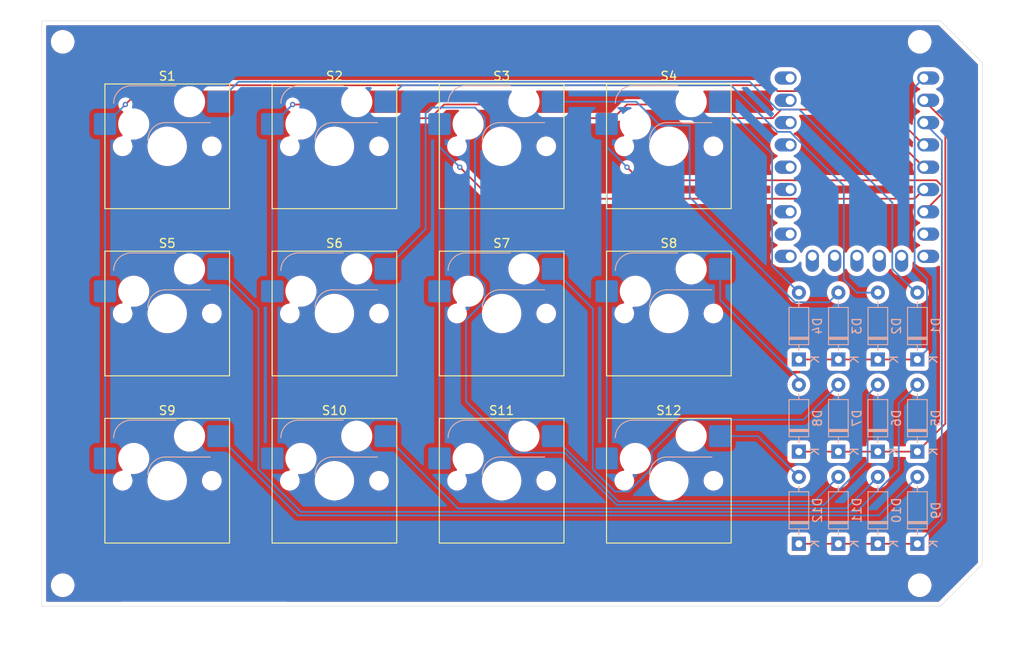
<source format=kicad_pcb>
(kicad_pcb (version 20240108) (generator "pcbnew") (generator_version "8.0")
  (layers (0 "F.Cu" signal) (31 "B.Cu" signal) (34 "B.Paste" user) (35 "F.Paste" user) (36 "B.SilkS" user "B.Silkscreen") (37 "F.SilkS" user "F.Silkscreen") (38 "B.Mask" user) (39 "F.Mask" user) (44 "Edge.Cuts" user))
  (net 0 "")
  (net 1 "/Row 0")
  (net 2 "Net-(D1-A)")
  (net 3 "Net-(D2-A)")
  (net 4 "Net-(D3-A)")
  (net 5 "Net-(D4-A)")
  (net 6 "/Row 1")
  (net 7 "Net-(D5-A)")
  (net 8 "Net-(D6-A)")
  (net 9 "Net-(D7-A)")
  (net 10 "Net-(D8-A)")
  (net 11 "/Row 2")
  (net 12 "Net-(D9-A)")
  (net 13 "Net-(D10-A)")
  (net 14 "Net-(D11-A)")
  (net 15 "Net-(D12-A)")
  (net 16 "/Column 0")
  (net 17 "/Column 1")
  (net 18 "/Column 2")
  (net 19 "/Column 3")
  (footprint "ScottoKeebs_Hotswap:Hotswap_MX_1.00u" (layer "F.Cu") (at 66.675 66.675)
    (property "Reference" "S1" (at 0 -8 0) (layer "F.SilkS"))
    (property "Value" "Keyswitch")
    (pad "" np_thru_hole circle (at -5.08 0) (size 1.75 1.75) (drill 1.75) (layers "*.Cu" "*.Mask"))
    (pad "" np_thru_hole circle (at -3.81 -2.54) (size 3.05 3.05) (drill 3.05) (layers "*.Cu" "*.Mask"))
    (pad "" np_thru_hole circle (at 0 0) (size 4 4) (drill 4) (layers "*.Cu" "*.Mask"))
    (pad "" np_thru_hole circle (at 2.54 -5.08) (size 3.05 3.05) (drill 3.05) (layers "*.Cu" "*.Mask"))
    (pad "" np_thru_hole circle (at 5.08 0) (size 1.75 1.75) (drill 1.75) (layers "*.Cu" "*.Mask"))
    (pad "1" smd roundrect (at -7.085 -2.54) (size 2.55 2.5) (layers "B.Cu" "B.Paste" "B.Mask") (roundrect_rratio 0.1) (net 16 "/Column 0"))
    (pad "2" smd roundrect (at 5.842 -5.08) (size 2.55 2.5) (layers "B.Cu" "B.Paste" "B.Mask") (roundrect_rratio 0.1) (net 2 "Net-(D1-A)"))
  )
  (footprint "ScottoKeebs_Hotswap:Hotswap_MX_1.00u" (layer "F.Cu") (at 104.775 104.775)
    (property "Reference" "S11" (at 0 -8 0) (layer "F.SilkS"))
    (property "Value" "Keyswitch")
    (pad "" np_thru_hole circle (at -5.08 0) (size 1.75 1.75) (drill 1.75) (layers "*.Cu" "*.Mask"))
    (pad "" np_thru_hole circle (at -3.81 -2.54) (size 3.05 3.05) (drill 3.05) (layers "*.Cu" "*.Mask"))
    (pad "" np_thru_hole circle (at 0 0) (size 4 4) (drill 4) (layers "*.Cu" "*.Mask"))
    (pad "" np_thru_hole circle (at 2.54 -5.08) (size 3.05 3.05) (drill 3.05) (layers "*.Cu" "*.Mask"))
    (pad "" np_thru_hole circle (at 5.08 0) (size 1.75 1.75) (drill 1.75) (layers "*.Cu" "*.Mask"))
    (pad "1" smd roundrect (at -7.085 -2.54) (size 2.55 2.5) (layers "B.Cu" "B.Paste" "B.Mask") (roundrect_rratio 0.1) (net 18 "/Column 2"))
    (pad "2" smd roundrect (at 5.842 -5.08) (size 2.55 2.5) (layers "B.Cu" "B.Paste" "B.Mask") (roundrect_rratio 0.1) (net 14 "Net-(D11-A)"))
  )
  (footprint "ScottoKeebs_Hotswap:Hotswap_MX_1.00u" (layer "F.Cu") (at 123.825 104.775)
    (property "Reference" "S12" (at 0 -8 0) (layer "F.SilkS"))
    (property "Value" "Keyswitch")
    (pad "" np_thru_hole circle (at -5.08 0) (size 1.75 1.75) (drill 1.75) (layers "*.Cu" "*.Mask"))
    (pad "" np_thru_hole circle (at -3.81 -2.54) (size 3.05 3.05) (drill 3.05) (layers "*.Cu" "*.Mask"))
    (pad "" np_thru_hole circle (at 0 0) (size 4 4) (drill 4) (layers "*.Cu" "*.Mask"))
    (pad "" np_thru_hole circle (at 2.54 -5.08) (size 3.05 3.05) (drill 3.05) (layers "*.Cu" "*.Mask"))
    (pad "" np_thru_hole circle (at 5.08 0) (size 1.75 1.75) (drill 1.75) (layers "*.Cu" "*.Mask"))
    (pad "1" smd roundrect (at -7.085 -2.54) (size 2.55 2.5) (layers "B.Cu" "B.Paste" "B.Mask") (roundrect_rratio 0.1) (net 19 "/Column 3"))
    (pad "2" smd roundrect (at 5.842 -5.08) (size 2.55 2.5) (layers "B.Cu" "B.Paste" "B.Mask") (roundrect_rratio 0.1) (net 15 "Net-(D12-A)"))
  )
  (footprint "ScottoKeebs_Scotto:Standoff_M2x8mm" (layer "F.Cu") (at 152.4 116.68125)
    (property "Reference" "REF**" (hide yes))
    (property "Value" "Standoff_M2x8mm" (hide yes))
    (pad "" np_thru_hole circle (at 0 0) (size 2.2 2.2) (drill 2.2) (layers "F&B.Cu" "*.Mask"))
  )
  (footprint "ScottoKeebs_Hotswap:Hotswap_MX_1.00u" (layer "F.Cu") (at 85.725 104.775)
    (property "Reference" "S10" (at 0 -8 0) (layer "F.SilkS"))
    (property "Value" "Keyswitch")
    (pad "" np_thru_hole circle (at -5.08 0) (size 1.75 1.75) (drill 1.75) (layers "*.Cu" "*.Mask"))
    (pad "" np_thru_hole circle (at -3.81 -2.54) (size 3.05 3.05) (drill 3.05) (layers "*.Cu" "*.Mask"))
    (pad "" np_thru_hole circle (at 0 0) (size 4 4) (drill 4) (layers "*.Cu" "*.Mask"))
    (pad "" np_thru_hole circle (at 2.54 -5.08) (size 3.05 3.05) (drill 3.05) (layers "*.Cu" "*.Mask"))
    (pad "" np_thru_hole circle (at 5.08 0) (size 1.75 1.75) (drill 1.75) (layers "*.Cu" "*.Mask"))
    (pad "1" smd roundrect (at -7.085 -2.54) (size 2.55 2.5) (layers "B.Cu" "B.Paste" "B.Mask") (roundrect_rratio 0.1) (net 17 "/Column 1"))
    (pad "2" smd roundrect (at 5.842 -5.08) (size 2.55 2.5) (layers "B.Cu" "B.Paste" "B.Mask") (roundrect_rratio 0.1) (net 13 "Net-(D10-A)"))
  )
  (footprint "ScottoKeebs_Hotswap:Hotswap_MX_1.00u" (layer "F.Cu") (at 104.775 85.725)
    (property "Reference" "S7" (at 0 -8 0) (layer "F.SilkS"))
    (property "Value" "Keyswitch")
    (pad "" np_thru_hole circle (at -5.08 0) (size 1.75 1.75) (drill 1.75) (layers "*.Cu" "*.Mask"))
    (pad "" np_thru_hole circle (at -3.81 -2.54) (size 3.05 3.05) (drill 3.05) (layers "*.Cu" "*.Mask"))
    (pad "" np_thru_hole circle (at 0 0) (size 4 4) (drill 4) (layers "*.Cu" "*.Mask"))
    (pad "" np_thru_hole circle (at 2.54 -5.08) (size 3.05 3.05) (drill 3.05) (layers "*.Cu" "*.Mask"))
    (pad "" np_thru_hole circle (at 5.08 0) (size 1.75 1.75) (drill 1.75) (layers "*.Cu" "*.Mask"))
    (pad "1" smd roundrect (at -7.085 -2.54) (size 2.55 2.5) (layers "B.Cu" "B.Paste" "B.Mask") (roundrect_rratio 0.1) (net 18 "/Column 2"))
    (pad "2" smd roundrect (at 5.842 -5.08) (size 2.55 2.5) (layers "B.Cu" "B.Paste" "B.Mask") (roundrect_rratio 0.1) (net 9 "Net-(D7-A)"))
  )
  (footprint "ScottoKeebs_Hotswap:Hotswap_MX_1.00u" (layer "F.Cu") (at 104.775 66.675)
    (property "Reference" "S3" (at 0 -8 0) (layer "F.SilkS"))
    (property "Value" "Keyswitch")
    (pad "" np_thru_hole circle (at -5.08 0) (size 1.75 1.75) (drill 1.75) (layers "*.Cu" "*.Mask"))
    (pad "" np_thru_hole circle (at -3.81 -2.54) (size 3.05 3.05) (drill 3.05) (layers "*.Cu" "*.Mask"))
    (pad "" np_thru_hole circle (at 0 0) (size 4 4) (drill 4) (layers "*.Cu" "*.Mask"))
    (pad "" np_thru_hole circle (at 2.54 -5.08) (size 3.05 3.05) (drill 3.05) (layers "*.Cu" "*.Mask"))
    (pad "" np_thru_hole circle (at 5.08 0) (size 1.75 1.75) (drill 1.75) (layers "*.Cu" "*.Mask"))
    (pad "1" smd roundrect (at -7.085 -2.54) (size 2.55 2.5) (layers "B.Cu" "B.Paste" "B.Mask") (roundrect_rratio 0.1) (net 18 "/Column 2"))
    (pad "2" smd roundrect (at 5.842 -5.08) (size 2.55 2.5) (layers "B.Cu" "B.Paste" "B.Mask") (roundrect_rratio 0.1) (net 4 "Net-(D3-A)"))
  )
  (footprint "ScottoKeebs_Hotswap:Hotswap_MX_1.00u" (layer "F.Cu") (at 85.725 85.725)
    (property "Reference" "S6" (at 0 -8 0) (layer "F.SilkS"))
    (property "Value" "Keyswitch")
    (pad "" np_thru_hole circle (at -5.08 0) (size 1.75 1.75) (drill 1.75) (layers "*.Cu" "*.Mask"))
    (pad "" np_thru_hole circle (at -3.81 -2.54) (size 3.05 3.05) (drill 3.05) (layers "*.Cu" "*.Mask"))
    (pad "" np_thru_hole circle (at 0 0) (size 4 4) (drill 4) (layers "*.Cu" "*.Mask"))
    (pad "" np_thru_hole circle (at 2.54 -5.08) (size 3.05 3.05) (drill 3.05) (layers "*.Cu" "*.Mask"))
    (pad "" np_thru_hole circle (at 5.08 0) (size 1.75 1.75) (drill 1.75) (layers "*.Cu" "*.Mask"))
    (pad "1" smd roundrect (at -7.085 -2.54) (size 2.55 2.5) (layers "B.Cu" "B.Paste" "B.Mask") (roundrect_rratio 0.1) (net 17 "/Column 1"))
    (pad "2" smd roundrect (at 5.842 -5.08) (size 2.55 2.5) (layers "B.Cu" "B.Paste" "B.Mask") (roundrect_rratio 0.1) (net 8 "Net-(D6-A)"))
  )
  (footprint "ScottoKeebs_MCU:RP2040_Zero" (layer "F.Cu") (at 145.25625 69.05625)
    (property "Reference" "U1" (hide yes))
    (property "Value" "RP2040_Zero" (hide yes))
    (pad "1" thru_hole oval (at 7.62 -10.16 180) (size 2.5 1.5) (drill 1 (offset -0.5 0)) (layers "*.Cu" "*.Mask") (net 1 "/Row 0"))
    (pad "2" thru_hole oval (at 7.62 -7.62 180) (size 2.5 1.5) (drill 1 (offset -0.5 0)) (layers "*.Cu" "*.Mask") (net 6 "/Row 1"))
    (pad "3" thru_hole oval (at 7.62 -5.08 180) (size 2.5 1.5) (drill 1 (offset -0.5 0)) (layers "*.Cu" "*.Mask") (net 11 "/Row 2"))
    (pad "4" thru_hole oval (at 7.62 -2.54 180) (size 2.5 1.5) (drill 1 (offset -0.5 0)) (layers "*.Cu" "*.Mask") (net 16 "/Column 0"))
    (pad "5" thru_hole oval (at 7.62 0 180) (size 2.5 1.5) (drill 1 (offset -0.5 0)) (layers "*.Cu" "*.Mask") (net 17 "/Column 1"))
    (pad "6" thru_hole oval (at 7.62 2.54 180) (size 2.5 1.5) (drill 1 (offset -0.5 0)) (layers "*.Cu" "*.Mask") (net 18 "/Column 2"))
    (pad "7" thru_hole oval (at 7.62 5.08 180) (size 2.5 1.5) (drill 1 (offset -0.5 0)) (layers "*.Cu" "*.Mask") (net 19 "/Column 3"))
    (pad "8" thru_hole oval (at 7.62 7.62 180) (size 2.5 1.5) (drill 1 (offset -0.5 0)) (layers "*.Cu" "*.Mask"))
    (pad "9" thru_hole oval (at 7.62 10.16 180) (size 2.5 1.5) (drill 1 (offset -0.5 0)) (layers "*.Cu" "*.Mask"))
    (pad "10" thru_hole oval (at 5.08 10.16 90) (size 2.5 1.5) (drill 1 (offset -0.5 0)) (layers "*.Cu" "*.Mask"))
    (pad "11" thru_hole oval (at 2.54 10.16 90) (size 2.5 1.5) (drill 1 (offset -0.5 0)) (layers "*.Cu" "*.Mask"))
    (pad "12" thru_hole oval (at 0 10.16 90) (size 2.5 1.5) (drill 1 (offset -0.5 0)) (layers "*.Cu" "*.Mask"))
    (pad "13" thru_hole oval (at -2.54 10.16 90) (size 2.5 1.5) (drill 1 (offset -0.5 0)) (layers "*.Cu" "*.Mask"))
    (pad "14" thru_hole oval (at -5.08 10.16 90) (size 2.5 1.5) (drill 1 (offset -0.5 0)) (layers "*.Cu" "*.Mask"))
    (pad "15" thru_hole oval (at -7.62 10.16) (size 2.5 1.5) (drill 1 (offset -0.5 0)) (layers "*.Cu" "*.Mask"))
    (pad "16" thru_hole oval (at -7.62 7.62) (size 2.5 1.5) (drill 1 (offset -0.5 0)) (layers "*.Cu" "*.Mask"))
    (pad "17" thru_hole oval (at -7.62 5.08) (size 2.5 1.5) (drill 1 (offset -0.5 0)) (layers "*.Cu" "*.Mask"))
    (pad "18" thru_hole oval (at -7.62 2.54) (size 2.5 1.5) (drill 1 (offset -0.5 0)) (layers "*.Cu" "*.Mask"))
    (pad "19" thru_hole oval (at -7.62 0) (size 2.5 1.5) (drill 1 (offset -0.5 0)) (layers "*.Cu" "*.Mask"))
    (pad "20" thru_hole oval (at -7.62 -2.54) (size 2.5 1.5) (drill 1 (offset -0.5 0)) (layers "*.Cu" "*.Mask"))
    (pad "21" thru_hole oval (at -7.62 -5.08) (size 2.5 1.5) (drill 1 (offset -0.5 0)) (layers "*.Cu" "*.Mask"))
    (pad "22" thru_hole oval (at -7.62 -7.62) (size 2.5 1.5) (drill 1 (offset -0.5 0)) (layers "*.Cu" "*.Mask"))
    (pad "23" thru_hole oval (at -7.62 -10.16) (size 2.5 1.5) (drill 1 (offset -0.5 0)) (layers "*.Cu" "*.Mask"))
  )
  (footprint "ScottoKeebs_Scotto:Standoff_M2x8mm" (layer "F.Cu") (at 54.76875 116.68125)
    (property "Reference" "REF**" (hide yes))
    (property "Value" "Standoff_M2x8mm" (hide yes))
    (pad "" np_thru_hole circle (at 0 0) (size 2.2 2.2) (drill 2.2) (layers "F&B.Cu" "*.Mask"))
  )
  (footprint "ScottoKeebs_Hotswap:Hotswap_MX_1.00u" (layer "F.Cu") (at 85.725 66.675)
    (property "Reference" "S2" (at 0 -8 0) (layer "F.SilkS"))
    (property "Value" "Keyswitch")
    (pad "" np_thru_hole circle (at -5.08 0) (size 1.75 1.75) (drill 1.75) (layers "*.Cu" "*.Mask"))
    (pad "" np_thru_hole circle (at -3.81 -2.54) (size 3.05 3.05) (drill 3.05) (layers "*.Cu" "*.Mask"))
    (pad "" np_thru_hole circle (at 0 0) (size 4 4) (drill 4) (layers "*.Cu" "*.Mask"))
    (pad "" np_thru_hole circle (at 2.54 -5.08) (size 3.05 3.05) (drill 3.05) (layers "*.Cu" "*.Mask"))
    (pad "" np_thru_hole circle (at 5.08 0) (size 1.75 1.75) (drill 1.75) (layers "*.Cu" "*.Mask"))
    (pad "1" smd roundrect (at -7.085 -2.54) (size 2.55 2.5) (layers "B.Cu" "B.Paste" "B.Mask") (roundrect_rratio 0.1) (net 17 "/Column 1"))
    (pad "2" smd roundrect (at 5.842 -5.08) (size 2.55 2.5) (layers "B.Cu" "B.Paste" "B.Mask") (roundrect_rratio 0.1) (net 3 "Net-(D2-A)"))
  )
  (footprint "ScottoKeebs_Scotto:Standoff_M2x8mm" (layer "F.Cu") (at 54.76875 54.76875)
    (property "Reference" "REF**" (hide yes))
    (property "Value" "Standoff_M2x8mm" (hide yes))
    (pad "" np_thru_hole circle (at 0 0) (size 2.2 2.2) (drill 2.2) (layers "*.Cu" "*.Mask"))
  )
  (footprint "ScottoKeebs_Hotswap:Hotswap_MX_1.00u" (layer "F.Cu") (at 66.675 85.725)
    (property "Reference" "S5" (at 0 -8 0) (layer "F.SilkS"))
    (property "Value" "Keyswitch")
    (pad "" np_thru_hole circle (at -5.08 0) (size 1.75 1.75) (drill 1.75) (layers "*.Cu" "*.Mask"))
    (pad "" np_thru_hole circle (at -3.81 -2.54) (size 3.05 3.05) (drill 3.05) (layers "*.Cu" "*.Mask"))
    (pad "" np_thru_hole circle (at 0 0) (size 4 4) (drill 4) (layers "*.Cu" "*.Mask"))
    (pad "" np_thru_hole circle (at 2.54 -5.08) (size 3.05 3.05) (drill 3.05) (layers "*.Cu" "*.Mask"))
    (pad "" np_thru_hole circle (at 5.08 0) (size 1.75 1.75) (drill 1.75) (layers "*.Cu" "*.Mask"))
    (pad "1" smd roundrect (at -7.085 -2.54) (size 2.55 2.5) (layers "B.Cu" "B.Paste" "B.Mask") (roundrect_rratio 0.1) (net 16 "/Column 0"))
    (pad "2" smd roundrect (at 5.842 -5.08) (size 2.55 2.5) (layers "B.Cu" "B.Paste" "B.Mask") (roundrect_rratio 0.1) (net 7 "Net-(D5-A)"))
  )
  (footprint "ScottoKeebs_Scotto:Standoff_M2x8mm" (layer "F.Cu") (at 152.4 54.76875)
    (property "Reference" "REF**" (hide yes))
    (property "Value" "Standoff_M2x8mm" (hide yes))
    (pad "" np_thru_hole circle (at 0 0) (size 2.2 2.2) (drill 2.2) (layers "F&B.Cu" "*.Mask"))
  )
  (footprint "ScottoKeebs_Hotswap:Hotswap_MX_1.00u" (layer "F.Cu") (at 123.825 66.675)
    (property "Reference" "S4" (at 0 -8 0) (layer "F.SilkS"))
    (property "Value" "Keyswitch")
    (pad "" np_thru_hole circle (at -5.08 0) (size 1.75 1.75) (drill 1.75) (layers "*.Cu" "*.Mask"))
    (pad "" np_thru_hole circle (at -3.81 -2.54) (size 3.05 3.05) (drill 3.05) (layers "*.Cu" "*.Mask"))
    (pad "" np_thru_hole circle (at 0 0) (size 4 4) (drill 4) (layers "*.Cu" "*.Mask"))
    (pad "" np_thru_hole circle (at 2.54 -5.08) (size 3.05 3.05) (drill 3.05) (layers "*.Cu" "*.Mask"))
    (pad "" np_thru_hole circle (at 5.08 0) (size 1.75 1.75) (drill 1.75) (layers "*.Cu" "*.Mask"))
    (pad "1" smd roundrect (at -7.085 -2.54) (size 2.55 2.5) (layers "B.Cu" "B.Paste" "B.Mask") (roundrect_rratio 0.1) (net 19 "/Column 3"))
    (pad "2" smd roundrect (at 5.842 -5.08) (size 2.55 2.5) (layers "B.Cu" "B.Paste" "B.Mask") (roundrect_rratio 0.1) (net 5 "Net-(D4-A)"))
  )
  (footprint "ScottoKeebs_Hotswap:Hotswap_MX_1.00u" (layer "F.Cu") (at 66.675 104.775)
    (property "Reference" "S9" (at 0 -8 0) (layer "F.SilkS"))
    (property "Value" "Keyswitch")
    (pad "" np_thru_hole circle (at -5.08 0) (size 1.75 1.75) (drill 1.75) (layers "*.Cu" "*.Mask"))
    (pad "" np_thru_hole circle (at -3.81 -2.54) (size 3.05 3.05) (drill 3.05) (layers "*.Cu" "*.Mask"))
    (pad "" np_thru_hole circle (at 0 0) (size 4 4) (drill 4) (layers "*.Cu" "*.Mask"))
    (pad "" np_thru_hole circle (at 2.54 -5.08) (size 3.05 3.05) (drill 3.05) (layers "*.Cu" "*.Mask"))
    (pad "" np_thru_hole circle (at 5.08 0) (size 1.75 1.75) (drill 1.75) (layers "*.Cu" "*.Mask"))
    (pad "1" smd roundrect (at -7.085 -2.54) (size 2.55 2.5) (layers "B.Cu" "B.Paste" "B.Mask") (roundrect_rratio 0.1) (net 16 "/Column 0"))
    (pad "2" smd roundrect (at 5.842 -5.08) (size 2.55 2.5) (layers "B.Cu" "B.Paste" "B.Mask") (roundrect_rratio 0.1) (net 12 "Net-(D9-A)"))
  )
  (footprint "ScottoKeebs_Hotswap:Hotswap_MX_1.00u" (layer "F.Cu") (at 123.825 85.725)
    (property "Reference" "S8" (at 0 -8 0) (layer "F.SilkS"))
    (property "Value" "Keyswitch")
    (pad "" np_thru_hole circle (at -5.08 0) (size 1.75 1.75) (drill 1.75) (layers "*.Cu" "*.Mask"))
    (pad "" np_thru_hole circle (at -3.81 -2.54) (size 3.05 3.05) (drill 3.05) (layers "*.Cu" "*.Mask"))
    (pad "" np_thru_hole circle (at 0 0) (size 4 4) (drill 4) (layers "*.Cu" "*.Mask"))
    (pad "" np_thru_hole circle (at 2.54 -5.08) (size 3.05 3.05) (drill 3.05) (layers "*.Cu" "*.Mask"))
    (pad "" np_thru_hole circle (at 5.08 0) (size 1.75 1.75) (drill 1.75) (layers "*.Cu" "*.Mask"))
    (pad "1" smd roundrect (at -7.085 -2.54) (size 2.55 2.5) (layers "B.Cu" "B.Paste" "B.Mask") (roundrect_rratio 0.1) (net 19 "/Column 3"))
    (pad "2" smd roundrect (at 5.842 -5.08) (size 2.55 2.5) (layers "B.Cu" "B.Paste" "B.Mask") (roundrect_rratio 0.1) (net 10 "Net-(D8-A)"))
  )
  (footprint "ScottoKeebs_Components:Diode_DO-35" (layer "B.Cu") (at 143.1375 111.96 90)
    (property "Reference" "D11" (at 3.81 2.12 -90) (layer "B.SilkS") (effects (justify mirror)))
    (property "Value" "Diode")
    (fp_text user "K" (at 0 1.8 -90) (layer "B.SilkS") (effects (justify mirror)))
    (pad "1" thru_hole rect (at 0 0 90) (size 1.6 1.6) (drill 0.8) (layers "*.Cu" "*.Mask") (net 11 "/Row 2"))
    (pad "2" thru_hole oval (at 7.62 0 90) (size 1.6 1.6) (drill 0.8) (layers "*.Cu" "*.Mask") (net 14 "Net-(D11-A)"))
  )
  (footprint "ScottoKeebs_Components:Diode_DO-35" (layer "B.Cu") (at 147.6375 111.96 90)
    (property "Reference" "D10" (at 3.81 2.12 -90) (layer "B.SilkS") (effects (justify mirror)))
    (property "Value" "Diode")
    (fp_text user "K" (at 0 1.8 -90) (layer "B.SilkS") (effects (justify mirror)))
    (pad "1" thru_hole rect (at 0 0 90) (size 1.6 1.6) (drill 0.8) (layers "*.Cu" "*.Mask") (net 11 "/Row 2"))
    (pad "2" thru_hole oval (at 7.62 0 90) (size 1.6 1.6) (drill 0.8) (layers "*.Cu" "*.Mask") (net 13 "Net-(D10-A)"))
  )
  (footprint "ScottoKeebs_Components:Diode_DO-35" (layer "B.Cu") (at 152.1375 111.96 90)
    (property "Reference" "D9" (at 3.81 2.12 -90) (layer "B.SilkS") (effects (justify mirror)))
    (property "Value" "Diode")
    (fp_text user "K" (at 0 1.8 -90) (layer "B.SilkS") (effects (justify mirror)))
    (pad "1" thru_hole rect (at 0 0 90) (size 1.6 1.6) (drill 0.8) (layers "*.Cu" "*.Mask") (net 11 "/Row 2"))
    (pad "2" thru_hole oval (at 7.62 0 90) (size 1.6 1.6) (drill 0.8) (layers "*.Cu" "*.Mask") (net 12 "Net-(D9-A)"))
  )
  (footprint "ScottoKeebs_Components:Diode_DO-35" (layer "B.Cu") (at 143.1375 90.96 90)
    (property "Reference" "D3" (at 3.81 2.12 -90) (layer "B.SilkS") (effects (justify mirror)))
    (property "Value" "Diode")
    (fp_text user "K" (at 0 1.8 -90) (layer "B.SilkS") (effects (justify mirror)))
    (pad "1" thru_hole rect (at 0 0 90) (size 1.6 1.6) (drill 0.8) (layers "*.Cu" "*.Mask") (net 1 "/Row 0"))
    (pad "2" thru_hole oval (at 7.62 0 90) (size 1.6 1.6) (drill 0.8) (layers "*.Cu" "*.Mask") (net 4 "Net-(D3-A)"))
  )
  (footprint "ScottoKeebs_Components:Diode_DO-35" (layer "B.Cu") (at 147.6375 101.46 90)
    (property "Reference" "D6" (at 3.81 2.12 -90) (layer "B.SilkS") (effects (justify mirror)))
    (property "Value" "Diode")
    (fp_text user "K" (at 0 1.8 -90) (layer "B.SilkS") (effects (justify mirror)))
    (pad "1" thru_hole rect (at 0 0 90) (size 1.6 1.6) (drill 0.8) (layers "*.Cu" "*.Mask") (net 6 "/Row 1"))
    (pad "2" thru_hole oval (at 7.62 0 90) (size 1.6 1.6) (drill 0.8) (layers "*.Cu" "*.Mask") (net 8 "Net-(D6-A)"))
  )
  (footprint "ScottoKeebs_Components:Diode_DO-35" (layer "B.Cu") (at 143.1375 101.46 90)
    (property "Reference" "D7" (at 3.81 2.12 -90) (layer "B.SilkS") (effects (justify mirror)))
    (property "Value" "Diode")
    (fp_text user "K" (at 0 1.8 -90) (layer "B.SilkS") (effects (justify mirror)))
    (pad "1" thru_hole rect (at 0 0 90) (size 1.6 1.6) (drill 0.8) (layers "*.Cu" "*.Mask") (net 6 "/Row 1"))
    (pad "2" thru_hole oval (at 7.62 0 90) (size 1.6 1.6) (drill 0.8) (layers "*.Cu" "*.Mask") (net 9 "Net-(D7-A)"))
  )
  (footprint "ScottoKeebs_Components:Diode_DO-35" (layer "B.Cu") (at 138.6375 101.46 90)
    (property "Reference" "D8" (at 3.81 2.12 -90) (layer "B.SilkS") (effects (justify mirror)))
    (property "Value" "Diode")
    (fp_text user "K" (at 0 1.8 -90) (layer "B.SilkS") (effects (justify mirror)))
    (pad "1" thru_hole rect (at 0 0 90) (size 1.6 1.6) (drill 0.8) (layers "*.Cu" "*.Mask") (net 6 "/Row 1"))
    (pad "2" thru_hole oval (at 7.62 0 90) (size 1.6 1.6) (drill 0.8) (layers "*.Cu" "*.Mask") (net 10 "Net-(D8-A)"))
  )
  (footprint "ScottoKeebs_Components:Diode_DO-35" (layer "B.Cu") (at 138.6375 90.96 90)
    (property "Reference" "D4" (at 3.81 2.12 -90) (layer "B.SilkS") (effects (justify mirror)))
    (property "Value" "Diode")
    (fp_text user "K" (at 0 1.8 -90) (layer "B.SilkS") (effects (justify mirror)))
    (pad "1" thru_hole rect (at 0 0 90) (size 1.6 1.6) (drill 0.8) (layers "*.Cu" "*.Mask") (net 1 "/Row 0"))
    (pad "2" thru_hole oval (at 7.62 0 90) (size 1.6 1.6) (drill 0.8) (layers "*.Cu" "*.Mask") (net 5 "Net-(D4-A)"))
  )
  (footprint "ScottoKeebs_Components:Diode_DO-35" (layer "B.Cu") (at 138.6375 111.96 90)
    (property "Reference" "D12" (at 3.81 2.12 -90) (layer "B.SilkS") (effects (justify mirror)))
    (property "Value" "Diode")
    (fp_text user "K" (at 0 1.8 -90) (layer "B.SilkS") (effects (justify mirror)))
    (pad "1" thru_hole rect (at 0 0 90) (size 1.6 1.6) (drill 0.8) (layers "*.Cu" "*.Mask") (net 11 "/Row 2"))
    (pad "2" thru_hole oval (at 7.62 0 90) (size 1.6 1.6) (drill 0.8) (layers "*.Cu" "*.Mask") (net 15 "Net-(D12-A)"))
  )
  (footprint "ScottoKeebs_Components:Diode_DO-35" (layer "B.Cu") (at 152.1375 90.96 90)
    (property "Reference" "D1" (at 3.81 2.12 -90) (layer "B.SilkS") (effects (justify mirror)))
    (property "Value" "Diode")
    (fp_text user "K" (at 0 1.8 -90) (layer "B.SilkS") (effects (justify mirror)))
    (pad "1" thru_hole rect (at 0 0 90) (size 1.6 1.6) (drill 0.8) (layers "*.Cu" "*.Mask") (net 1 "/Row 0"))
    (pad "2" thru_hole oval (at 7.62 0 90) (size 1.6 1.6) (drill 0.8) (layers "*.Cu" "*.Mask") (net 2 "Net-(D1-A)"))
  )
  (footprint "ScottoKeebs_Components:Diode_DO-35" (layer "B.Cu") (at 152.1375 101.46 90)
    (property "Reference" "D5" (at 3.81 2.12 -90) (layer "B.SilkS") (effects (justify mirror)))
    (property "Value" "Diode")
    (fp_text user "K" (at 0 1.8 -90) (layer "B.SilkS") (effects (justify mirror)))
    (pad "1" thru_hole rect (at 0 0 90) (size 1.6 1.6) (drill 0.8) (layers "*.Cu" "*.Mask") (net 6 "/Row 1"))
    (pad "2" thru_hole oval (at 7.62 0 90) (size 1.6 1.6) (drill 0.8) (layers "*.Cu" "*.Mask") (net 7 "Net-(D5-A)"))
  )
  (footprint "ScottoKeebs_Components:Diode_DO-35" (layer "B.Cu") (at 147.6375 90.96 90)
    (property "Reference" "D2" (at 3.81 2.12 -90) (layer "B.SilkS") (effects (justify mirror)))
    (property "Value" "Diode")
    (fp_text user "K" (at 0 1.8 -90) (layer "B.SilkS") (effects (justify mirror)))
    (pad "1" thru_hole rect (at 0 0 90) (size 1.6 1.6) (drill 0.8) (layers "*.Cu" "*.Mask") (net 1 "/Row 0"))
    (pad "2" thru_hole oval (at 7.62 0 90) (size 1.6 1.6) (drill 0.8) (layers "*.Cu" "*.Mask") (net 3 "Net-(D2-A)"))
  )
  (gr_poly (pts (xy 52.3875 119.0625) (xy 52.3875 52.3875) (xy 154.78125 52.3875) (xy 159.54375 57.15) (xy 159.54375 114.3) (xy 154.78125 119.0625)) (stroke (width 0.05)) (fill none) (layer "Edge.Cuts"))
  (gr_text "kablampad v0.1" (at 61.65 117.65 0) (layer "F.Cu") (effects (font (size 1.5 1.5) (thickness 0.3) (bold yes)) (justify left bottom)))
  (segment (start 138.6375 90.96) (end 152.1375 90.96) (width 0.2) (layer "F.Cu") (net 1))
  (segment (start 151.82625 80.38875) (end 151.82625 59.94625) (width 0.2) (layer "B.Cu") (net 1))
  (segment (start 153.2375 89.86) (end 153.2375 81.8) (width 0.2) (layer "B.Cu") (net 1))
  (segment (start 153.2375 81.8) (end 151.82625 80.38875) (width 0.2) (layer "B.Cu") (net 1))
  (segment (start 152.1375 90.96) (end 153.2375 89.86) (width 0.2) (layer "B.Cu") (net 1))
  (segment (start 151.82625 59.94625) (end 152.87625 58.89625) (width 0.2) (layer "B.Cu") (net 1))
  (segment (start 151.975076 83.34) (end 152.1375 83.34) (width 0.2) (layer "B.Cu") (net 2))
  (segment (start 133.035076 59.32) (end 136.201326 62.48625) (width 0.2) (layer "B.Cu") (net 2))
  (segment (start 149.28625 73.08625) (end 149.28625 80.651174) (width 0.2) (layer "B.Cu") (net 2))
  (segment (start 149.28625 80.651174) (end 151.975076 83.34) (width 0.2) (layer "B.Cu") (net 2))
  (segment (start 74.792 59.32) (end 133.035076 59.32) (width 0.2) (layer "B.Cu") (net 2))
  (segment (start 72.517 61.595) (end 74.792 59.32) (width 0.2) (layer "B.Cu") (net 2))
  (segment (start 136.201326 62.48625) (end 138.68625 62.48625) (width 0.2) (layer "B.Cu") (net 2))
  (segment (start 138.68625 62.48625) (end 149.28625 73.08625) (width 0.2) (layer "B.Cu") (net 2))
  (segment (start 93.442 59.72) (end 130.895076 59.72) (width 0.2) (layer "B.Cu") (net 3))
  (segment (start 130.895076 59.72) (end 136.201326 65.02625) (width 0.2) (layer "B.Cu") (net 3))
  (segment (start 136.201326 65.02625) (end 137.631174 65.02625) (width 0.2) (layer "B.Cu") (net 3))
  (segment (start 145.2525 83.34) (end 147.6375 83.34) (width 0.2) (layer "B.Cu") (net 3))
  (segment (start 137.631174 65.02625) (end 143.76625 71.161326) (width 0.2) (layer "B.Cu") (net 3))
  (segment (start 143.76625 81.85375) (end 145.2525 83.34) (width 0.2) (layer "B.Cu") (net 3))
  (segment (start 143.76625 71.161326) (end 143.76625 81.85375) (width 0.2) (layer "B.Cu") (net 3))
  (segment (start 91.567 61.595) (end 93.442 59.72) (width 0.2) (layer "B.Cu") (net 3))
  (segment (start 138.181865 84.44) (end 142.0375 84.44) (width 0.2) (layer "B.Cu") (net 4))
  (segment (start 126.20625 72.464385) (end 138.181865 84.44) (width 0.2) (layer "B.Cu") (net 4))
  (segment (start 120.12665 61.595) (end 122.8254 64.29375) (width 0.2) (layer "B.Cu") (net 4))
  (segment (start 122.8254 64.29375) (end 126.20625 64.29375) (width 0.2) (layer "B.Cu") (net 4))
  (segment (start 142.0375 84.44) (end 143.1375 83.34) (width 0.2) (layer "B.Cu") (net 4))
  (segment (start 110.617 61.595) (end 120.12665 61.595) (width 0.2) (layer "B.Cu") (net 4))
  (segment (start 126.20625 64.29375) (end 126.20625 72.464385) (width 0.2) (layer "B.Cu") (net 4))
  (segment (start 135.58625 80.28875) (end 138.6375 83.34) (width 0.2) (layer "B.Cu") (net 5))
  (segment (start 129.667 61.595) (end 135.58625 67.51425) (width 0.2) (layer "B.Cu") (net 5))
  (segment (start 135.58625 67.51425) (end 135.58625 80.28875) (width 0.2) (layer "B.Cu") (net 5))
  (segment (start 138.6375 101.46) (end 152.1375 101.46) (width 0.2) (layer "F.Cu") (net 6))
  (segment (start 152.1375 101.46) (end 155.32625 98.27125) (width 0.2) (layer "F.Cu") (net 6))
  (segment (start 155.32625 63.88625) (end 152.87625 61.43625) (width 0.2) (layer "F.Cu") (net 6))
  (segment (start 155.32625 98.27125) (end 155.32625 63.88625) (width 0.2) (layer "F.Cu") (net 6))
  (segment (start 77.065 103.469744) (end 81.920256 108.325) (width 0.2) (layer "B.Cu") (net 7))
  (segment (start 81.920256 108.325) (end 145.208135 108.325) (width 0.2) (layer "B.Cu") (net 7))
  (segment (start 77.065 85.193) (end 77.065 103.469744) (width 0.2) (layer "B.Cu") (net 7))
  (segment (start 72.517 80.645) (end 77.065 85.193) (width 0.2) (layer "B.Cu") (net 7))
  (segment (start 150.01875 95.95875) (end 152.1375 93.84) (width 0.2) (layer "B.Cu") (net 7))
  (segment (start 150.01875 103.514385) (end 150.01875 95.95875) (width 0.2) (layer "B.Cu") (net 7))
  (segment (start 145.208135 108.325) (end 150.01875 103.514385) (width 0.2) (layer "B.Cu") (net 7))
  (segment (start 141.508135 107.525) (end 146.473135 102.56) (width 0.2) (layer "B.Cu") (net 8))
  (segment (start 102.84 64.91165) (end 101.74165 66.01) (width 0.2) (layer "B.Cu") (net 8))
  (segment (start 146.473135 102.56) (end 146.473135 95.004365) (width 0.2) (layer "B.Cu") (net 8))
  (segment (start 102.84 84.312412) (end 100.719956 86.432456) (width 0.2) (layer "B.Cu") (net 8))
  (segment (start 96.115 76.097) (end 96.115 62.900256) (width 0.2) (layer "B.Cu") (net 8))
  (segment (start 117.881314 107.525) (end 141.508135 107.525) (width 0.2) (layer "B.Cu") (net 8))
  (segment (start 91.567 80.645) (end 96.115 76.097) (width 0.2) (layer "B.Cu") (net 8))
  (segment (start 96.755256 62.26) (end 101.74165 62.26) (width 0.2) (layer "B.Cu") (net 8))
  (segment (start 101.74165 62.26) (end 102.84 63.35835) (width 0.2) (layer "B.Cu") (net 8))
  (segment (start 146.473135 95.004365) (end 147.6375 93.84) (width 0.2) (layer "B.Cu") (net 8))
  (segment (start 102.84 82.40835) (end 102.84 84.312412) (width 0.2) (layer "B.Cu") (net 8))
  (segment (start 106.53835 101.57) (end 111.926314 101.57) (width 0.2) (layer "B.Cu") (net 8))
  (segment (start 100.719956 95.751606) (end 106.53835 101.57) (width 0.2) (layer "B.Cu") (net 8))
  (segment (start 102.84 63.35835) (end 102.84 64.91165) (width 0.2) (layer "B.Cu") (net 8))
  (segment (start 111.926314 101.57) (end 117.881314 107.525) (width 0.2) (layer "B.Cu") (net 8))
  (segment (start 101.74165 81.31) (end 102.84 82.40835) (width 0.2) (layer "B.Cu") (net 8))
  (segment (start 100.719956 86.432456) (end 100.719956 95.751606) (width 0.2) (layer "B.Cu") (net 8))
  (segment (start 101.74165 66.01) (end 101.74165 81.31) (width 0.2) (layer "B.Cu") (net 8))
  (segment (start 96.115 62.900256) (end 96.755256 62.26) (width 0.2) (layer "B.Cu") (net 8))
  (segment (start 125.52835 97.82) (end 139.1575 97.82) (width 0.2) (layer "B.Cu") (net 9))
  (segment (start 115.165 85.193) (end 115.165 103.469744) (width 0.2) (layer "B.Cu") (net 9))
  (segment (start 110.617 80.645) (end 115.165 85.193) (width 0.2) (layer "B.Cu") (net 9))
  (segment (start 121.89 101.45835) (end 125.52835 97.82) (width 0.2) (layer "B.Cu") (net 9))
  (segment (start 119.252412 106) (end 121.89 103.362412) (width 0.2) (layer "B.Cu") (net 9))
  (segment (start 115.165 103.469744) (end 117.695256 106) (width 0.2) (layer "B.Cu") (net 9))
  (segment (start 139.1575 97.82) (end 143.1375 93.84) (width 0.2) (layer "B.Cu") (net 9))
  (segment (start 121.89 103.362412) (end 121.89 101.45835) (width 0.2) (layer "B.Cu") (net 9))
  (segment (start 117.695256 106) (end 119.252412 106) (width 0.2) (layer "B.Cu") (net 9))
  (segment (start 138.6375 93.16) (end 138.6375 93.84) (width 0.2) (layer "B.Cu") (net 10))
  (segment (start 129.667 84.1895) (end 138.6375 93.16) (width 0.2) (layer "B.Cu") (net 10))
  (segment (start 129.667 80.645) (end 129.667 84.1895) (width 0.2) (layer "B.Cu") (net 10))
  (segment (start 138.6375 111.96) (end 152.1375 111.96) (width 0.2) (layer "F.Cu") (net 11))
  (segment (start 154.92625 109.17125) (end 154.92625 66.02625) (width 0.2) (layer "B.Cu") (net 11))
  (segment (start 154.92625 66.02625) (end 152.87625 63.97625) (width 0.2) (layer "B.Cu") (net 11))
  (segment (start 152.1375 111.96) (end 154.92625 109.17125) (width 0.2) (layer "B.Cu") (net 11))
  (segment (start 72.517 99.695) (end 81.547 108.725) (width 0.2) (layer "B.Cu") (net 12))
  (segment (start 81.547 108.725) (end 147.7525 108.725) (width 0.2) (layer "B.Cu") (net 12))
  (segment (start 147.7525 108.725) (end 152.1375 104.34) (width 0.2) (layer "B.Cu") (net 12))
  (segment (start 91.567 99.695) (end 99.797 107.925) (width 0.2) (layer "B.Cu") (net 13))
  (segment (start 144.0525 107.925) (end 147.6375 104.34) (width 0.2) (layer "B.Cu") (net 13))
  (segment (start 99.797 107.925) (end 144.0525 107.925) (width 0.2) (layer "B.Cu") (net 13))
  (segment (start 118.047 107.125) (end 140.3525 107.125) (width 0.2) (layer "B.Cu") (net 14))
  (segment (start 110.617 99.695) (end 118.047 107.125) (width 0.2) (layer "B.Cu") (net 14))
  (segment (start 140.3525 107.125) (end 143.1375 104.34) (width 0.2) (layer "B.Cu") (net 14))
  (segment (start 133.9925 99.695) (end 138.6375 104.34) (width 0.2) (layer "B.Cu") (net 15))
  (segment (start 129.667 99.695) (end 133.9925 99.695) (width 0.2) (layer "B.Cu") (net 15))
  (segment (start 64.105 59.72) (end 135.535076 59.72) (width 0.2) (layer "F.Cu") (net 16))
  (segment (start 136.201326 60.38625) (end 146.74625 60.38625) (width 0.2) (layer "F.Cu") (net 16))
  (segment (start 61.9125 61.9125) (end 64.105 59.72) (width 0.2) (layer "F.Cu") (net 16))
  (segment (start 146.74625 60.38625) (end 152.87625 66.51625) (width 0.2) (layer "F.Cu") (net 16))
  (segment (start 135.535076 59.72) (end 136.201326 60.38625) (width 0.2) (layer "F.Cu") (net 16))
  (via (at 61.9125 61.9125) (size 0.6) (drill 0.3) (layers "F.Cu" "B.Cu") (net 16))
  (segment (start 59.69 64.135) (end 61.9125 61.9125) (width 0.2) (layer "B.Cu") (net 16))
  (segment (start 59.59 102.235) (end 59.59 64.135) (width 0.2) (layer "B.Cu") (net 16))
  (segment (start 59.59 64.135) (end 59.69 64.135) (width 0.2) (layer "B.Cu") (net 16))
  (segment (start 80.9625 61.9125) (end 85.93085 61.9125) (width 0.2) (layer "F.Cu") (net 17))
  (segment (start 136.641326 62.48625) (end 146.30625 62.48625) (width 0.2) (layer "F.Cu") (net 17))
  (segment (start 119.0625 61.9125) (end 124.03085 61.9125) (width 0.2) (layer "F.Cu") (net 17))
  (segment (start 85.93085 61.9125) (end 87.48835 63.47) (width 0.2) (layer "F.Cu") (net 17))
  (segment (start 96.6625 63.47) (end 98.22 61.9125) (width 0.2) (layer "F.Cu") (net 17))
  (segment (start 98.22 61.9125) (end 104.98085 61.9125) (width 0.2) (layer "F.Cu") (net 17))
  (segment (start 117.505 63.47) (end 119.0625 61.9125) (width 0.2) (layer "F.Cu") (net 17))
  (segment (start 87.48835 63.47) (end 96.6625 63.47) (width 0.2) (layer "F.Cu") (net 17))
  (segment (start 146.30625 62.48625) (end 152.87625 69.05625) (width 0.2) (layer "F.Cu") (net 17))
  (segment (start 135.657576 63.47) (end 136.641326 62.48625) (width 0.2) (layer "F.Cu") (net 17))
  (segment (start 125.58835 63.47) (end 135.657576 63.47) (width 0.2) (layer "F.Cu") (net 17))
  (segment (start 104.98085 61.9125) (end 106.53835 63.47) (width 0.2) (layer "F.Cu") (net 17))
  (segment (start 124.03085 61.9125) (end 125.58835 63.47) (width 0.2) (layer "F.Cu") (net 17))
  (segment (start 106.53835 63.47) (end 117.505 63.47) (width 0.2) (layer "F.Cu") (net 17))
  (via (at 80.9625 61.9125) (size 0.6) (drill 0.3) (layers "F.Cu" "B.Cu") (net 17))
  (segment (start 78.64 64.135) (end 78.74 64.135) (width 0.2) (layer "B.Cu") (net 17))
  (segment (start 78.64 64.135) (end 78.64 102.235) (width 0.2) (layer "B.Cu") (net 17))
  (segment (start 78.74 64.135) (end 80.9625 61.9125) (width 0.2) (layer "B.Cu") (net 17))
  (segment (start 103.6025 72.64625) (end 151.82625 72.64625) (width 0.2) (layer "F.Cu") (net 18))
  (segment (start 100.0125 69.05625) (end 103.6025 72.64625) (width 0.2) (layer "F.Cu") (net 18))
  (segment (start 151.82625 72.64625) (end 152.87625 71.59625) (width 0.2) (layer "F.Cu") (net 18))
  (via (at 100.0125 69.05625) (size 0.6) (drill 0.3) (layers "F.Cu" "B.Cu") (net 18))
  (segment (start 97.69 64.135) (end 97.69 102.235) (width 0.2) (layer "B.Cu") (net 18))
  (segment (start 97.69 64.135) (end 97.69 66.73375) (width 0.2) (layer "B.Cu") (net 18))
  (segment (start 97.69 66.73375) (end 100.0125 69.05625) (width 0.2) (layer "B.Cu") (net 18))
  (segment (start 154.92625 71.161326) (end 154.92625 72.08625) (width 0.2) (layer "F.Cu") (net 19))
  (segment (start 154.92625 72.08625) (end 152.87625 74.13625) (width 0.2) (layer "F.Cu") (net 19))
  (segment (start 154.311174 70.54625) (end 154.92625 71.161326) (width 0.2) (layer "F.Cu") (net 19))
  (segment (start 119.0625 69.05625) (end 120.5525 70.54625) (width 0.2) (layer "F.Cu") (net 19))
  (segment (start 120.5525 70.54625) (end 154.311174 70.54625) (width 0.2) (layer "F.Cu") (net 19))
  (via (at 119.0625 69.05625) (size 0.6) (drill 0.3) (layers "F.Cu" "B.Cu") (net 19))
  (segment (start 116.74 64.135) (end 116.74 66.73375) (width 0.2) (layer "B.Cu") (net 19))
  (segment (start 116.74 64.135) (end 116.74 102.235) (width 0.2) (layer "B.Cu") (net 19))
  (segment (start 116.74 66.73375) (end 119.0625 69.05625) (width 0.2) (layer "B.Cu") (net 19))
  (zone (net 0) (net_name "") (layers "F&B.Cu") (connect_pads (clearance 0.5)) (min_thickness 0.25) (fill yes (thermal_gap 0.5) (thermal_bridge_width 0.5) (island_removal_mode 1) (island_area_min 9.999999))
    (polygon (pts (xy 47.625 50.00625) (xy 164.30625 50.00625) (xy 164.30625 126.20625) (xy 47.625 123.825)))
  )
)
</source>
